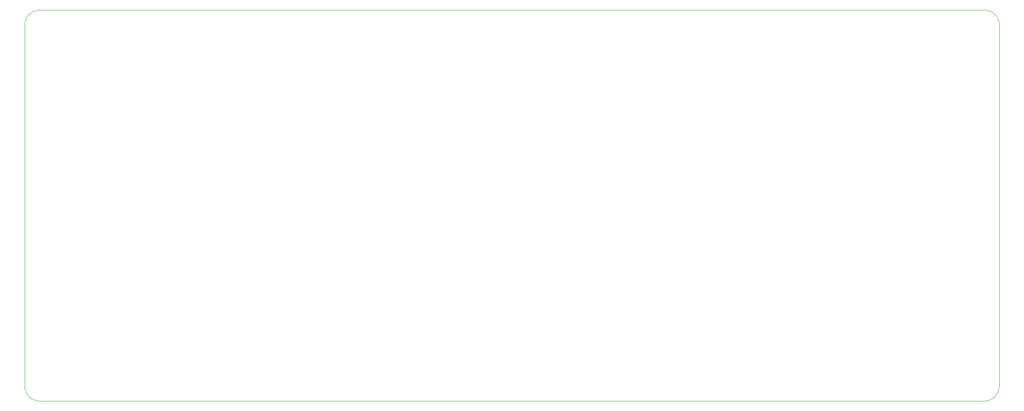
<source format=gbr>
%TF.GenerationSoftware,KiCad,Pcbnew,6.0.6-3a73a75311~116~ubuntu20.04.1*%
%TF.CreationDate,2022-07-11T16:37:52-07:00*%
%TF.ProjectId,zx81-kbd,7a783831-2d6b-4626-942e-6b696361645f,rev?*%
%TF.SameCoordinates,Original*%
%TF.FileFunction,Profile,NP*%
%FSLAX46Y46*%
G04 Gerber Fmt 4.6, Leading zero omitted, Abs format (unit mm)*
G04 Created by KiCad (PCBNEW 6.0.6-3a73a75311~116~ubuntu20.04.1) date 2022-07-11 16:37:52*
%MOMM*%
%LPD*%
G01*
G04 APERTURE LIST*
%TA.AperFunction,Profile*%
%ADD10C,0.100000*%
%TD*%
G04 APERTURE END LIST*
D10*
X31000000Y-34000000D02*
G75*
G03*
X28000000Y-37000000I264460J-3264460D01*
G01*
X242000000Y-37000000D02*
X242000000Y-117000000D01*
X242000000Y-37000000D02*
G75*
G03*
X239000000Y-34000000I-3264500J-264500D01*
G01*
X31000000Y-34000000D02*
X239000000Y-34000000D01*
X28000000Y-37000000D02*
X28000000Y-117000000D01*
X239000000Y-120000000D02*
X31000000Y-120000000D01*
X28000000Y-117000000D02*
G75*
G03*
X31000000Y-120000000I3264460J264460D01*
G01*
X239000000Y-120000000D02*
G75*
G03*
X242000000Y-117000000I-264500J3264500D01*
G01*
M02*

</source>
